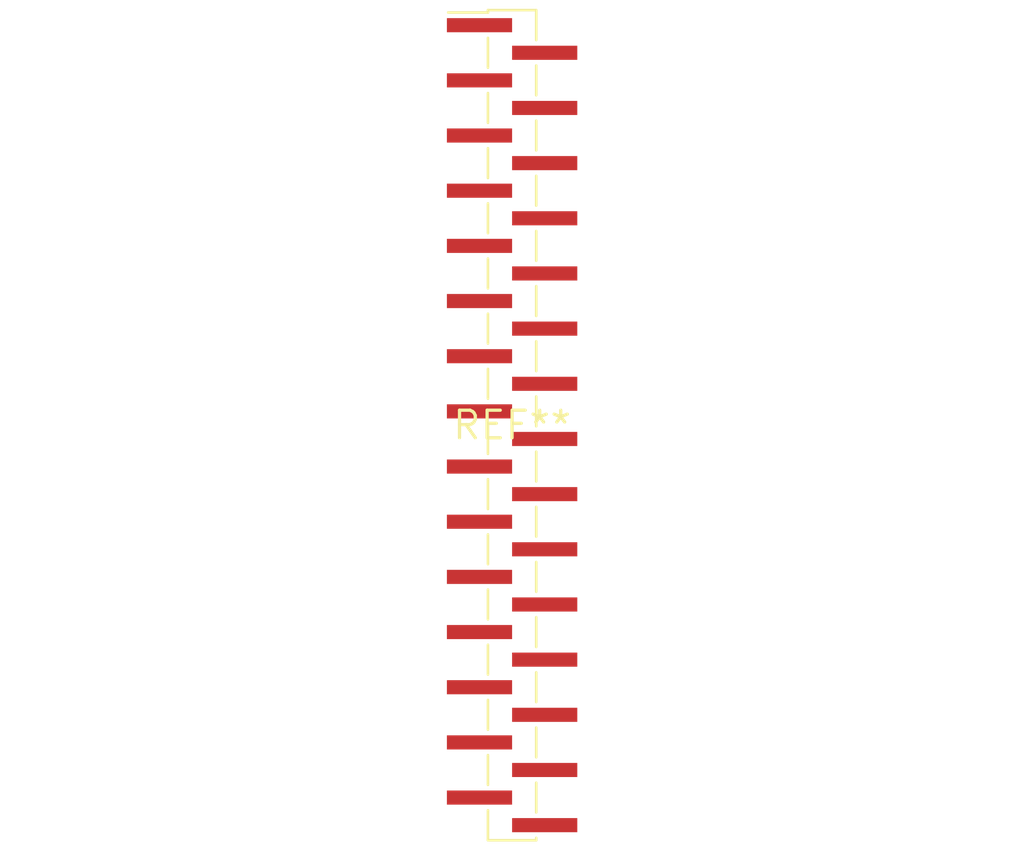
<source format=kicad_pcb>
(kicad_pcb (version 20240108) (generator pcbnew)
  (layers (0 "F.Cu" signal) (31 "B.Cu" signal) (34 "B.Paste" user) (35 "F.Paste" user) (36 "B.SilkS" user "B.Silkscreen") (37 "F.SilkS" user "F.Silkscreen") (38 "B.Mask" user) (39 "F.Mask" user) (44 "Edge.Cuts" user))
  (net 0 "")
  (footprint "PinHeader_1x30_P1.27mm_Vertical_SMD_Pin1Left" (layer "F.Cu") (at 0 0)
    (property "Reference" "REF**")
    (property "Value" "PinHeader_1x30_P1.27mm_Vertical_SMD_Pin1Left")
    (fp_line (start -1.11 -19.11) (end -1.11 -19) (layer "F.SilkS") (stroke (width 0.12)))
    (fp_line (start -1.11 -19.11) (end 1.11 -19.11) (layer "F.SilkS") (stroke (width 0.12)))
    (fp_line (start -1.11 -19) (end -2.94 -19) (layer "F.SilkS") (stroke (width 0.12)))
    (fp_line (start -1.11 -17.83) (end -1.11 -16.46) (layer "F.SilkS") (stroke (width 0.12)))
    (fp_line (start -1.11 -15.29) (end -1.11 -13.92) (layer "F.SilkS") (stroke (width 0.12)))
    (fp_line (start -1.11 -12.75) (end -1.11 -11.38) (layer "F.SilkS") (stroke (width 0.12)))
    (fp_line (start -1.11 -10.21) (end -1.11 -8.84) (layer "F.SilkS") (stroke (width 0.12)))
    (fp_line (start -1.11 -7.67) (end -1.11 -6.3) (layer "F.SilkS") (stroke (width 0.12)))
    (fp_line (start -1.11 -5.13) (end -1.11 -3.76) (layer "F.SilkS") (stroke (width 0.12)))
    (fp_line (start -1.11 -2.59) (end -1.11 -1.22) (layer "F.SilkS") (stroke (width 0.12)))
    (fp_line (start -1.11 -0.05) (end -1.11 1.32) (layer "F.SilkS") (stroke (width 0.12)))
    (fp_line (start -1.11 2.49) (end -1.11 3.86) (layer "F.SilkS") (stroke (width 0.12)))
    (fp_line (start -1.11 5.03) (end -1.11 6.4) (layer "F.SilkS") (stroke (width 0.12)))
    (fp_line (start -1.11 7.57) (end -1.11 8.94) (layer "F.SilkS") (stroke (width 0.12)))
    (fp_line (start -1.11 10.11) (end -1.11 11.48) (layer "F.SilkS") (stroke (width 0.12)))
    (fp_line (start -1.11 12.65) (end -1.11 14.02) (layer "F.SilkS") (stroke (width 0.12)))
    (fp_line (start -1.11 15.19) (end -1.11 16.56) (layer "F.SilkS") (stroke (width 0.12)))
    (fp_line (start -1.11 17.73) (end -1.11 19.1) (layer "F.SilkS") (stroke (width 0.12)))
    (fp_line (start -1.11 19.11) (end 1.11 19.11) (layer "F.SilkS") (stroke (width 0.12)))
    (fp_line (start 1.11 -19.1) (end 1.11 -17.73) (layer "F.SilkS") (stroke (width 0.12)))
    (fp_line (start 1.11 -16.56) (end 1.11 -15.19) (layer "F.SilkS") (stroke (width 0.12)))
    (fp_line (start 1.11 -14.02) (end 1.11 -12.65) (layer "F.SilkS") (stroke (width 0.12)))
    (fp_line (start 1.11 -11.48) (end 1.11 -10.11) (layer "F.SilkS") (stroke (width 0.12)))
    (fp_line (start 1.11 -8.94) (end 1.11 -7.57) (layer "F.SilkS") (stroke (width 0.12)))
    (fp_line (start 1.11 -6.4) (end 1.11 -5.03) (layer "F.SilkS") (stroke (width 0.12)))
    (fp_line (start 1.11 -3.86) (end 1.11 -2.49) (layer "F.SilkS") (stroke (width 0.12)))
    (fp_line (start 1.11 -1.32) (end 1.11 0.05) (layer "F.SilkS") (stroke (width 0.12)))
    (fp_line (start 1.11 1.22) (end 1.11 2.59) (layer "F.SilkS") (stroke (width 0.12)))
    (fp_line (start 1.11 3.76) (end 1.11 5.13) (layer "F.SilkS") (stroke (width 0.12)))
    (fp_line (start 1.11 6.3) (end 1.11 7.67) (layer "F.SilkS") (stroke (width 0.12)))
    (fp_line (start 1.11 8.84) (end 1.11 10.21) (layer "F.SilkS") (stroke (width 0.12)))
    (fp_line (start 1.11 11.38) (end 1.11 12.75) (layer "F.SilkS") (stroke (width 0.12)))
    (fp_line (start 1.11 13.92) (end 1.11 15.29) (layer "F.SilkS") (stroke (width 0.12)))
    (fp_line (start 1.11 16.46) (end 1.11 17.83) (layer "F.SilkS") (stroke (width 0.12)))
    (fp_line (start 1.11 19) (end 1.11 19.11) (layer "F.SilkS") (stroke (width 0.12)))
    (pad "1" smd rect (at -1.5 -18.415) (size 3 0.65) (layers "F.Cu" "F.Paste" "F.Mask"))
    (pad "2" smd rect (at 1.5 -17.145) (size 3 0.65) (layers "F.Cu" "F.Paste" "F.Mask"))
    (pad "3" smd rect (at -1.5 -15.875) (size 3 0.65) (layers "F.Cu" "F.Paste" "F.Mask"))
    (pad "4" smd rect (at 1.5 -14.605) (size 3 0.65) (layers "F.Cu" "F.Paste" "F.Mask"))
    (pad "5" smd rect (at -1.5 -13.335) (size 3 0.65) (layers "F.Cu" "F.Paste" "F.Mask"))
    (pad "6" smd rect (at 1.5 -12.065) (size 3 0.65) (layers "F.Cu" "F.Paste" "F.Mask"))
    (pad "7" smd rect (at -1.5 -10.795) (size 3 0.65) (layers "F.Cu" "F.Paste" "F.Mask"))
    (pad "8" smd rect (at 1.5 -9.525) (size 3 0.65) (layers "F.Cu" "F.Paste" "F.Mask"))
    (pad "9" smd rect (at -1.5 -8.255) (size 3 0.65) (layers "F.Cu" "F.Paste" "F.Mask"))
    (pad "10" smd rect (at 1.5 -6.985) (size 3 0.65) (layers "F.Cu" "F.Paste" "F.Mask"))
    (pad "11" smd rect (at -1.5 -5.715) (size 3 0.65) (layers "F.Cu" "F.Paste" "F.Mask"))
    (pad "12" smd rect (at 1.5 -4.445) (size 3 0.65) (layers "F.Cu" "F.Paste" "F.Mask"))
    (pad "13" smd rect (at -1.5 -3.175) (size 3 0.65) (layers "F.Cu" "F.Paste" "F.Mask"))
    (pad "14" smd rect (at 1.5 -1.905) (size 3 0.65) (layers "F.Cu" "F.Paste" "F.Mask"))
    (pad "15" smd rect (at -1.5 -0.635) (size 3 0.65) (layers "F.Cu" "F.Paste" "F.Mask"))
    (pad "16" smd rect (at 1.5 0.635) (size 3 0.65) (layers "F.Cu" "F.Paste" "F.Mask"))
    (pad "17" smd rect (at -1.5 1.905) (size 3 0.65) (layers "F.Cu" "F.Paste" "F.Mask"))
    (pad "18" smd rect (at 1.5 3.175) (size 3 0.65) (layers "F.Cu" "F.Paste" "F.Mask"))
    (pad "19" smd rect (at -1.5 4.445) (size 3 0.65) (layers "F.Cu" "F.Paste" "F.Mask"))
    (pad "20" smd rect (at 1.5 5.715) (size 3 0.65) (layers "F.Cu" "F.Paste" "F.Mask"))
    (pad "21" smd rect (at -1.5 6.985) (size 3 0.65) (layers "F.Cu" "F.Paste" "F.Mask"))
    (pad "22" smd rect (at 1.5 8.255) (size 3 0.65) (layers "F.Cu" "F.Paste" "F.Mask"))
    (pad "23" smd rect (at -1.5 9.525) (size 3 0.65) (layers "F.Cu" "F.Paste" "F.Mask"))
    (pad "24" smd rect (at 1.5 10.795) (size 3 0.65) (layers "F.Cu" "F.Paste" "F.Mask"))
    (pad "25" smd rect (at -1.5 12.065) (size 3 0.65) (layers "F.Cu" "F.Paste" "F.Mask"))
    (pad "26" smd rect (at 1.5 13.335) (size 3 0.65) (layers "F.Cu" "F.Paste" "F.Mask"))
    (pad "27" smd rect (at -1.5 14.605) (size 3 0.65) (layers "F.Cu" "F.Paste" "F.Mask"))
    (pad "28" smd rect (at 1.5 15.875) (size 3 0.65) (layers "F.Cu" "F.Paste" "F.Mask"))
    (pad "29" smd rect (at -1.5 17.145) (size 3 0.65) (layers "F.Cu" "F.Paste" "F.Mask"))
    (pad "30" smd rect (at 1.5 18.415) (size 3 0.65) (layers "F.Cu" "F.Paste" "F.Mask"))
  )
)
</source>
